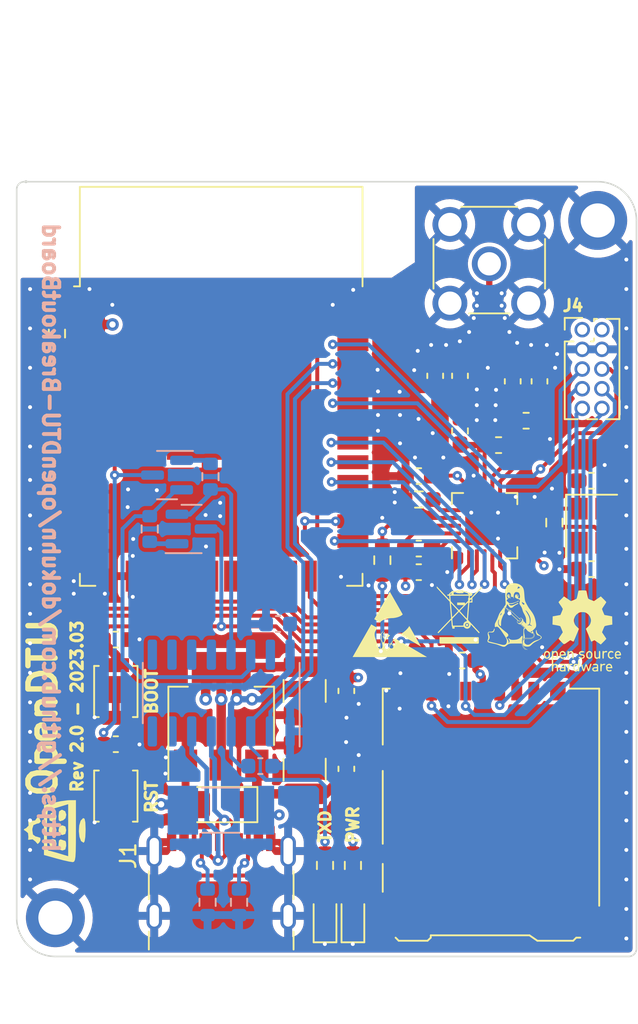
<source format=kicad_pcb>
(kicad_pcb (version 20211014) (generator pcbnew)
  (title_block (title "OpenDTU") (date "2023-03-12") (rev "2.0-2023.03"))
  (layers (0 "F.Cu" signal) (1 "In1.Cu" signal) (2 "In2.Cu" signal) (31 "B.Cu" signal) (34 "B.Paste" user) (35 "F.Paste" user) (36 "B.SilkS" user "B.Silkscreen") (37 "F.SilkS" user "F.Silkscreen") (38 "B.Mask" user) (39 "F.Mask" user) (44 "Edge.Cuts" user))
  (net 0 "")
  (net 1 "+3.3V")
  (net 2 "/ESP.CE")
  (net 3 "/ESP.IRQ")
  (net 4 "/ESP.~{CS}_SD")
  (net 5 "/ESP.SCK")
  (net 6 "/ESP.MISO")
  (net 7 "/ESP.MOSI")
  (net 8 "GND")
  (net 15 "/ESP.CS_EXT")
  (net 18 "/ESP.MOSI_SD")
  (net 19 "/ESP.SCK_SD")
  (net 20 "/ESP.MISO_SD")
  (net 27 "/ESP.~{CS}")
  (net 31 "/ESP.SDA")
  (net 32 "/ESP.SCL")
  (net 33 "Net-(C4-Pad1)")
  (net 34 "Net-(C5-Pad1)")
  (net 35 "Net-(C6-Pad1)")
  (net 36 "Net-(R1-Pad2)")
  (net 37 "Net-(C7-Pad1)")
  (net 38 "Net-(L1-Pad1)")
  (net 39 "Net-(L2-Pad2)")
  (net 40 "Net-(C9-Pad1)")
  (net 41 "Net-(C10-Pad2)")
  (net 42 "+5V")
  (net 43 "VBUS")
  (net 44 "Net-(J1-PadA5)")
  (net 46 "Net-(J1-PadB5)")
  (net 50 "/ESP_EN")
  (net 51 "Net-(D2-Pad2)")
  (net 52 "Net-(J1-PadA7)")
  (net 53 "Net-(J1-PadA6)")
  (net 54 "Net-(Q1-Pad1)")
  (net 55 "Net-(Q1-Pad2)")
  (net 56 "Net-(Q2-Pad1)")
  (net 57 "Net-(Q2-Pad2)")
  (net 65 "/ESP.IO0")
  (net 66 "/ESP.RXD")
  (net 67 "/ESP.TXD")
  (net 68 "Net-(F1-Pad1)")
  (net 69 "Net-(D3-Pad2)")
  (footprint "Package_DFN_QFN:QFN-20-1EP_4x4mm_P0.5mm_EP2.5x2.5mm" (layer "F.Cu") (at 155.7 90.2 90)
    (fp_text reference "U4" hide)
    (fp_text value "nRF24L01P" hide)
  )
  (footprint "Capacitor_SMD:C_0603_1608Metric" (layer "F.Cu") (at 131.9 104.3)
    (fp_text reference "C18" hide)
    (fp_text value "1µ" hide)
  )
  (footprint "Capacitor_SMD:C_0603_1608Metric_Pad1.08x0.95mm_HandSolder" (layer "F.Cu") (at 146.7772 100.8632 -90)
    (fp_text reference "C1" hide)
    (fp_text value "100nF" hide)
  )
  (footprint "Capacitor_SMD:C_1210_3225Metric_Pad1.33x2.70mm_HandSolder" (layer "F.Cu") (at 144.0848 100.8632 -90)
    (fp_text reference "C11" hide)
    (fp_text value "10uF" hide)
  )
  (footprint "Capacitor_SMD:C_0603_1608Metric_Pad1.08x0.95mm_HandSolder" (layer "F.Cu") (at 154.25 98.9 180)
    (fp_text reference "C14" hide)
    (fp_text value "100nF" hide)
  )
  (footprint "LOGO" (layer "F.Cu") (at 157.632723 95.332701)
    (fp_text reference "G***" hide)
    (fp_text value "LOGO" hide)
  )
  (footprint "Capacitor_SMD:C_0603_1608Metric_Pad1.08x0.95mm_HandSolder" (layer "F.Cu") (at 162.6 87.3)
    (fp_text reference "C6" hide)
    (fp_text value "22pF" hide)
  )
  (footprint "RF_Module:ESP32-WROOM-32" (layer "F.Cu") (at 138.7 84.2)
    (fp_text reference "U3" hide)
    (fp_text value "ESP32-WROOM-32" hide)
  )
  (footprint "Inductor_SMD:L_0603_1608Metric_Pad1.05x0.95mm_HandSolder" (layer "F.Cu") (at 156.6 85 180)
    (fp_text reference "L2" hide)
    (fp_text value "8.2nH" hide)
  )
  (footprint "MountingHole:MountingHole_2.2mm_M2_DIN965_Pad_TopBottom" (layer "F.Cu") (at 128 115.5)
    (fp_text reference "REF**" hide)
    (fp_text value "MountingHole_2.2mm_M2_DIN965_Pad_TopBottom" hide)
  )
  (footprint "Resistor_SMD:R_0603_1608Metric_Pad0.98x0.95mm_HandSolder" (layer "F.Cu") (at 160.2 90 90)
    (fp_text reference "R2" hide)
    (fp_text value "1M" hide)
  )
  (footprint "Capacitor_SMD:C_0603_1608Metric_Pad1.08x0.95mm_HandSolder" (layer "F.Cu") (at 146.7772 105.8924 90)
    (fp_text reference "C13" hide)
    (fp_text value "100nF" hide)
  )
  (footprint "LOGO" (layer "F.Cu") (at 154.152692 96.15714)
    (fp_text reference "G***" hide)
    (fp_text value "LOGO" hide)
  )
  (footprint "Connector_PinHeader_1.27mm:PinHeader_2x05_P1.27mm_Vertical" (layer "F.Cu") (at 162 77.55)
    (fp_text reference "J4")
    (fp_text value "Conn_02x05_Counter_Clockwise" hide)
  )
  (footprint "Diode_SMD:D_1206_3216Metric" (layer "F.Cu") (at 138.7508 108.2 180)
    (fp_text reference "D1" hide)
    (fp_text value "D_Schottky" hide)
  )
  (footprint "Capacitor_SMD:C_0603_1608Metric_Pad1.08x0.95mm_HandSolder" (layer "F.Cu") (at 151.45 91.676)
    (fp_text reference "C4" hide)
    (fp_text value "33nF" hide)
  )
  (footprint "Capacitor_SMD:C_0603_1608Metric_Pad1.08x0.95mm_HandSolder" (layer "F.Cu") (at 159.2416 80.8852 90)
    (fp_text reference "C8" hide)
    (fp_text value "2.2nF" hide)
  )
  (footprint "LOGO" (layer "F.Cu") (at 162 97)
    (fp_text reference "G***" hide)
    (fp_text value "LOGO" hide)
  )
  (footprint "Connector_Card:microSD_HC_Hirose_DM3AT-SF-PEJM5" (layer "F.Cu") (at 156.1 108.6)
    (fp_text reference "J3" hide)
    (fp_text value "Micro_SD_Card" hide)
  )
  (footprint "Resistor_SMD:R_0603_1608Metric_Pad0.98x0.95mm_HandSolder" (layer "F.Cu") (at 149.1 92.425 -90)
    (fp_text reference "R3" hide)
    (fp_text value "10k" hide)
  )
  (footprint "Capacitor_SMD:C_0603_1608Metric_Pad1.08x0.95mm_HandSolder" (layer "F.Cu") (at 152.5108 80.5296 90)
    (fp_text reference "C10" hide)
    (fp_text value "1pF" hide)
  )
  (footprint "Button_Switch_SMD:SW_SPST_B3U-1000P" (layer "F.Cu") (at 131.9 107.65 90)
    (fp_text reference "SW2" hide)
    (fp_text value "SW_Push" hide)
  )
  (footprint "Connector_USB:USB_C_Receptacle_GCT_USB4105-xx-A_16P_TopMnt_Horizontal" (layer "F.Cu") (at 138.7 114.3)
    (fp_text reference "J1")
    (fp_text value "USB_C_Receptacle_USB2.0" hide)
  )
  (footprint "MountingHole:MountingHole_2.2mm_M2_DIN965_Pad_TopBottom" (layer "F.Cu") (at 163 70.5)
    (fp_text reference "REF**" hide)
    (fp_text value "MountingHole_2.2mm_M2_DIN965_Pad_TopBottom" hide)
  )
  (footprint "Capacitor_SMD:C_0603_1608Metric_Pad1.08x0.95mm_HandSolder" (layer "F.Cu") (at 151.45 93.2)
    (fp_text reference "C2" hide)
    (fp_text value "10nF" hide)
  )
  (footprint "LED_SMD:LED_0603_1608Metric_Pad1.05x0.95mm_HandSolder" (layer "F.Cu") (at 147.2 115.425 90)
    (fp_text reference "D2" hide)
    (fp_text value "SMLEN3EC8TT86" hide)
  )
  (footprint "LOGO" (layer "F.Cu") (at 127.949 109.913 90)
    (fp_text reference "G***" hide)
    (fp_text value "LOGO" hide)
  )
  (footprint "Resistor_SMD:R_0603_1608Metric" (layer "F.Cu") (at 145.4 112.125 90)
    (fp_text reference "R8" hide)
    (fp_text value "300" hide)
  )
  (footprint "Crystal:Crystal_SMD_3225-4Pin_3.2x2.5mm" (layer "F.Cu") (at 162.6 90.2 -90)
    (fp_text reference "Y1" hide)
    (fp_text value "16 MHz" hide)
  )
  (footprint "Capacitor_SMD:C_0603_1608Metric_Pad1.08x0.95mm_HandSolder" (layer "F.Cu") (at 151.4591 86.9985 180)
    (fp_text reference "C3" hide)
    (fp_text value "1nF" hide)
  )
  (footprint "Capacitor_SMD:C_0603_1608Metric_Pad1.08x0.95mm_HandSolder" (layer "F.Cu") (at 154.1108 80.5296 90)
    (fp_text reference "C9" hide)
    (fp_text value "1.5pF" hide)
  )
  (footprint "Button_Switch_SMD:SW_SPST_B3U-1000P" (layer "F.Cu") (at 131.9 100.9 90)
    (fp_text reference "SW1" hide)
    (fp_text value "SW_Push" hide)
  )
  (footprint "Inductor_SMD:L_0603_1608Metric_Pad1.05x0.95mm_HandSolder" (layer "F.Cu") (at 158.378 83.4252)
    (fp_text reference "L1" hide)
    (fp_text value "2.7nH" hide)
  )
  (footprint "Connector_Coaxial:SMA_Molex_73251-2200_Horizontal" (layer "F.Cu") (at 156 73.3)
    (fp_text reference "J2" hide)
    (fp_text value "Conn_Coaxial" hide)
  )
  (footprint "Capacitor_SMD:C_0603_1608Metric_Pad1.08x0.95mm_HandSolder" (layer "F.Cu") (at 157.5144 80.8852 90)
    (fp_text reference "C7" hide)
    (fp_text value "4.7pF" hide)
  )
  (footprint "Capacitor_SMD:C_1210_3225Metric_Pad1.33x2.70mm_HandSolder" (layer "F.Cu") (at 144.0848 105.9432 90)
    (fp_text reference "C12" hide)
    (fp_text value "10uF" hide)
  )
  (footprint "LED_SMD:LED_0603_1608Metric_Pad1.05x0.95mm_HandSolder" (layer "F.Cu") (at 145.4 115.425 90)
    (fp_text reference "D3" hide)
    (fp_text value "LED" hide)
  )
  (footprint "Capacitor_SMD:C_0603_1608Metric_Pad1.08x0.95mm_HandSolder" (layer "F.Cu") (at 162.6 93 180)
    (fp_text reference "C5" hide)
    (fp_text value "22pF" hide)
  )
  (footprint "Resistor_SMD:R_0603_1608Metric_Pad0.98x0.95mm_HandSolder" (layer "F.Cu") (at 151.4625 88.5108)
    (fp_text reference "R1" hide)
    (fp_text value "22K" hide)
  )
  (footprint "Resistor_SMD:R_0603_1608Metric" (layer "F.Cu") (at 147.2 112.125 90)
    (fp_text reference "R7" hide)
    (fp_text value "100" hide)
  )
  (footprint "Inductor_SMD:L_0603_1608Metric_Pad1.05x0.95mm_HandSolder" (layer "F.Cu") (at 154.1108 84.0856 90)
    (fp_text reference "L3" hide)
    (fp_text value "3.9nH" hide)
  )
  (footprint "Package_TO_SOT_SMD:SOT-223-3_TabPin2" (layer "F.Cu") (at 138.7 102.5 90)
    (fp_text reference "U5" hide)
    (fp_text value "NCP1117-3.3_SOT223" hide)
  )
  (footprint "Resistor_SMD:R_0603_1608Metric_Pad0.98x0.95mm_HandSolder" (layer "F.Cu") (at 128.1 77.8 -90)
    (fp_text reference "R6" hide)
    (fp_text value "10k" hide)
  )
  (footprint "LOGO" (layer "F.Cu") (at 149.5806 96.5708)
    (fp_text reference "G***" hide)
    (fp_text value "LOGO" hide)
  )
  (footprint "Capacitor_SMD:C_0603_1608Metric" (layer "F.Cu") (at 131.9 97.55)
    (fp_text reference "C17" hide)
    (fp_text value "1µ" hide)
  )
  (footprint "Capacitor_SMD:C_0603_1608Metric" (layer "B.Cu") (at 142.367 96.5454 180)
    (fp_text reference "C16" hide)
    (fp_text value "100nF" hide)
  )
  (footprint "Fuse:Fuse_Littelfuse-NANO2-451_453" (layer "B.Cu") (at 138.684 108.5596 180)
    (fp_text reference "F1" hide)
    (fp_text value "F5" hide)
  )
  (footprint "Package_SO:SOIC-16_3.9x9.9mm_P1.27mm" (layer "B.Cu") (at 138.7 101 90)
    (fp_text reference "U1" hide)
    (fp_text value "CH340C" hide)
  )
  (footprint "Package_TO_SOT_SMD:SOT-23" (layer "B.Cu") (at 136.7873 90.4122)
    (fp_text reference "Q2" hide)
    (fp_text value "BC817" hide)
  )
  (footprint "Resistor_SMD:R_0603_1608Metric" (layer "B.Cu") (at 138.0065 87.034 90)
    (fp_text reference "R4" hide)
    (fp_text value "10k" hide)
  )
  (footprint "Capacitor_SMD:C_0603_1608Metric" (layer "B.Cu") (at 141.224 105.7148)
    (fp_text reference "C15" hide)
    (fp_text value "100nF" hide)
  )
  (footprint "Resistor_SMD:R_0603_1608Metric" (layer "B.Cu") (at 137.8204 114.5032 -90)
    (fp_text reference "R10" hide)
    (fp_text value "5k1" hide)
  )
  (footprint "Resistor_SMD:R_0603_1608Metric" (layer "B.Cu") (at 134.0873 90.4122 -90)
    (fp_text reference "R5" hide)
    (fp_text value "10k" hide)
  )
  (footprint "Package_TO_SOT_SMD:SOT-23" (layer "B.Cu") (at 135.2065 86.934 180)
    (fp_text reference "Q1" hide)
    (fp_text value "BC817" hide)
  )
  (footprint "Resistor_SMD:R_0603_1608Metric" (layer "B.Cu") (at 139.8524 114.5032 -90)
    (fp_text reference "R9" hide)
    (fp_text value "5k1" hide)
  )
  (gr_line (start 128 118) (end 165 118) (layer "Edge.Cuts") (width 0.1))
  (gr_arc (start 128 118) (mid 126.232233 117.267767) (end 125.5 115.5) (layer "Edge.Cuts") (width 0.1))
  (gr_arc (start 163 68) (mid 164.767767 68.732233) (end 165.5 70.5) (layer "Edge.Cuts") (width 0.1))
  (gr_arc locked (start 125.5 68.5) (mid 125.646447 68.146447) (end 126 68) (layer "Edge.Cuts") (width 0.1))
  (gr_arc (start 165.5 117.5) (mid 165.353553 117.853553) (end 165 118) (layer "Edge.Cuts") (width 0.1))
  (gr_line (start 125.5 68.5) (end 125.5 115.5) (layer "Edge.Cuts") (width 0.1))
  (gr_line (start 163 68) (end 126 68) (layer "Edge.Cuts") (width 0.1))
  (gr_arc (start 126.1 68) (mid 126.1 68) (end 126.1 68) (layer "Edge.Cuts") (width 0.1))
  (gr_line (start 165.5 70.5) (end 165.5 117.5) (layer "Edge.Cuts") (width 0.1))
  (gr_text "https://github.com/dokuhn/openDTU-BreakoutBoard" (at 127.7 111.4 -90) (layer "B.SilkS") (effects (font (size 1 1) (thickness 0.25)) (justify left mirror)))
  (gr_text "Rev 2.0 - 2023.03\n" (at 129.4 107.5 90) (layer "F.SilkS") (effects (font (size 0.75 0.75) (thickness 0.1875)) (justify left)))
  (gr_text "RST" (at 134.2 107.7 90) (layer "F.SilkS") (effects (font (size 0.75 0.75) (thickness 0.1875))))
  (gr_text "OpenDTU" (at 127.187 107.881 90) (layer "F.SilkS") (effects (font (size 1.75 1.75) (thickness 0.35)) (justify left)))
  (gr_text "BOOT" (at 134.2 100.9 90) (layer "F.SilkS") (effects (font (size 0.75 0.75) (thickness 0.1875))))
  (gr_text "PWR" (at 147.2 109.5 90) (layer "F.SilkS") (effects (font (size 0.75 0.75) (thickness 0.1875))))
  (gr_text "TXD" (at 145.4 109.6 90) (layer "F.SilkS") (effects (font (size 0.75 0.75) (thickness 0.1875))))
  (segment (start 146.1271 100.0007) (end 146.7772 100.0007) (width 0.6096) (layer "F.Cu") (net 1))
  (segment (start 138.7 99.35) (end 138.95 99.35) (width 0.6096) (layer "F.Cu") (net 1))
  (segment (start 137.7 100.35) (end 138.7 99.35) (width 0.6096) (layer "F.Cu") (net 1))
  (segment (start 159.530651 92.783607) (end 158.8992 92.152156) (width 0.254) (layer "F.Cu") (net 1))
  (segment (start 130.2 77.215) (end 129.115 77.215) (width 0.6096) (layer "F.Cu") (net 1))
  (segment (start 150.5875 94.0875) (end 150.5875 93.2) (width 0.254) (layer "F.Cu") (net 1))
  (segment (start 155.1125 98.9) (end 155.1125 99.4865) (width 0.4064) (layer "F.Cu") (net 1))
  (segment (start 155.575 99.949) (end 155.575 100.875) (width 0.4064) (layer "F.Cu") (net 1))
  (segment (start 153.936696 86.970072) (end 152.350028 86.970072) (width 0.254) (layer "F.Cu") (net 1))
  (segment (start 158.8992 92.152156) (end 158.8992 91.1828) (width 0.254) (layer "F.Cu") (net 1))
  (segment (start 128.7875 76.8875) (end 128.1 76.8875) (width 0.6096) (layer "F.Cu") (net 1))
  (segment (start 138.95 99.35) (end 139.7 100.1) (width 0.6096) (layer "F.Cu") (net 1))
  (segment (start 129.115 77.215) (end 128.7875 76.8875) (width 0.6096) (layer "F.Cu") (net 1))
  (segment (start 149.1 90.5687) (end 149.4687 90.2) (width 0.254) (layer "F.Cu") (net 1))
  (segment (start 137.7 101.4) (end 137.7 100.35) (width 0.6096) (layer "F.Cu") (net 1))
  (segment (start 142.0993 99.3007) (end 142.05 99.35) (width 0.6096) (layer "F.Cu") (net 1))
  (segment (start 150.6 94.1) (end 150.5875 94.0875) (width 0.254) (layer "F.Cu") (net 1))
  (segment (start 142.05 99.35) (end 138.7 99.35) (width 0.6096) (layer "F.Cu") (net 1))
  (segment (start 139.7 100.1) (end 139.7 101.4) (width 0.6096) (layer "F.Cu") (net 1))
  (segment (start 130.2 77.215) (end 131.685 77.215) (width 0.6096) (layer "F.Cu") (net 1))
  (segment (start 149.1 90.5687) (end 149.1 91.5125) (width 0.254) (layer "F.Cu") (net 1))
  (segment (start 152.350028 86.970072) (end 152.3216 86.9985) (width 0.254) (layer "F.Cu") (net 1))
  (segment (start 154.7 87.733376) (end 154.7 88.2625) (width 0.254) (layer "F.Cu") (net 1))
  (segment (start 158.8992 91.1828) (end 158.4164 90.7) (width 0.254) (layer "F.Cu") (net 1))
  (segment (start 147.2 111.3) (end 147.2 110.6) (width 0.4064) (layer "F.Cu") (net 1))
  (segment (start 155.1125 99.4865) (end 155.413 99.787) (width 0.4064) (layer "F.Cu") (net 1))
  (segment (start 144.0848 99.3007) (end 142.0993 99.3007) (width 0.6096) (layer "F.Cu") (net 1))
  (segment (start 155.413 99.787) (end 155.575 99.949) (width 0.4064) (layer "F.Cu") (net 1))
  (segment (start 145.4271 99.3007) (end 146.1271 100.0007) (width 0.6096) (layer "F.Cu") (net 1))
  (segment (start 138.7 99.35) (end 138.7 101.4) (width 0.6096) (layer "F.Cu") (net 1))
  (segment (start 146.7781 99.9998) (end 146.7772 100.0007) (width 0.6096) (layer "F.Cu") (net 1))
  (segment (start 149.4687 90.2) (end 153.7625 90.2) (width 0.254) (layer "F.Cu") (net 1))
  (segment (start 138.7 101.4) (end 138.7 105.65) (width 0.6096) (layer "F.Cu") (net 1))
  (segment (start 144.0848 99.3007) (end 145.4271 99.3007) (width 0.6096) (layer "F.Cu") (net 1))
  (segment (start 158.4164 90.7) (end 157.6375 90.7) (width 0.254) (layer "F.Cu") (net 1))
  (segment (start 147.5486 99.9998) (end 146.7781 99.9998) (width 0.6096) (layer "F.Cu") (net 1))
  (segment (start 153.936696 86.970072) (end 154.7 87.733376) (width 0.254) (layer "F.Cu") (net 1))
  (via (at 159.530651 92.783607) (size 0.6096) (drill 0.254) (layers "F.Cu" "B.Cu") (net 1))
  (via (at 140.6874 101.4) (size 0.8128) (drill 0.4064) (layers "F.Cu" "B.Cu") (net 1))
  (via (at 139.7 101.4) (size 0.8128) (drill 0.4064) (layers "F.Cu" "B.Cu") (net 1))
  (via (at 131.685 77.215) (size 0.8128) (drill 0.4064) (layers "F.Cu" "B.Cu") (net 1))
  (via (at 149.1 90.5687) (size 0.6096) (drill 0.254) (layers "F.Cu" "B.Cu") (net 1))
  (via (at 137.7 101.4) (size 0.8128) (drill 0.4064) (layers "F.Cu" "B.Cu") (net 1))
  (via (at 150.6 94.1) (size 0.6096) (drill 0.254) (layers "F.Cu" "B.Cu") (net 1))
  (via (at 147.2 110.6) (size 0.6096) (drill 0.254) (layers "F.Cu" "B.Cu") (net 1))
  (via (at 138.7 101.4) (size 0.8128) (drill 0.4064) (layers "F.Cu" "B.Cu") (net 1))
  (via (at 147.5486 99.9998) (size 0.6096) (drill 0.254) (layers "F.Cu" "B.Cu") (net 1))
  (via (at 155.413 99.787) (size 0.6096) (drill 0.254) (layers "F.Cu" "B.Cu") (net 1))
  (via (at 153.936696 86.970072) (size 0.6096) (drill 0.254) (layers "F.Cu" "B.Cu") (net 1))
  (segment (start 139.9286 105.7148) (end 140.449 105.7148) (width 0.254) (layer "B.Cu") (net 1))
  (segment (start 139.7 101.4) (end 139.6968 101.4) (width 0.4064) (layer "B.Cu") (net 1))
  (segment (start 143.145 96.5484) (end 143.142 96.5454) (width 0.254) (layer "B.Cu") (net 1))
  (segment (start 139.335 105.1212) (end 139.9286 105.7148) (width 0.254) (layer "B.Cu") (net 1))
  (segment (start 143.145 98.525) (end 143.145 96.5484) (width 0.254) (layer "B.Cu") (net 1))
  (segment (start 139.335 101.7618) (end 139.335 103.475) (width 0.4064) (layer "B.Cu") (net 1))
  (segment (start 141.2716 101.4) (end 143.145 99.5266) (width 0.4064) (layer "B.Cu") (net 1))
  (segment (start 141.2716 101.4) (end 140.6874 101.4) (width 0.4064) (layer "B.Cu") (net 1))
  (segment (start 139.6968 101.4) (end 139.335 101.7618) (width 0.4064) (layer "B.Cu") (net 1))
  (segment (start 143.145 99.5266) (end 143.145 98.525) (width 0.4064) (layer "B.Cu") (net 1))
  (segment (start 139.335 103.475) (end 139.335 105.1212) (width 0.254) (layer "B.Cu") (net 1))
  (segment (start 140.6874 101.4) (end 139.7 101.4) (width 0.4064) (layer "B.Cu") (net 1))
  (segment (start 146.015 91.185) (end 147.2 91.185) (width 0.254) (layer "F.Cu") (net 2))
  (segment (start 154.7 92.75) (end 154.7 92.1375) (width 0.254) (layer "F.Cu") (net 2))
  (segment (start 154.075982 93.999195) (end 154.075982 93.374018) (width 0.254) (layer "F.Cu") (net 2))
  (segment (start 154.075982 93.374018) (end 154.7 92.75) (width 0.254) (layer "F.Cu") (net 2))
  (via (at 154.075982 93.999195) (size 0.6096) (drill 0.254) (layers "F.Cu" "B.Cu") (net 2))
  (via (at 146.015 91.185) (size 0.6096) (drill 0.254) (layers "F.Cu" "B.Cu") (net 2))
  (segment (start 154.075982 93.999195) (end 154.075982 91.693582) (width 0.254) (layer "B.Cu") (net 2))
  (segment (start 146.03 91.2) (end 146.015 91.185) (width 0.254) (layer "B.Cu") (net 2))
  (segment (start 153.5824 91.2) (end 146.03 91.2) (width 0.254) (layer "B.Cu") (net 2))
  (segment (start 154.075982 91.693582) (end 153.5824 91.2) (width 0.254) (layer "B.Cu") (net 2))
  (segment (start 158.4452 91.4908) (end 158.1544 91.2) (width 0.254) (layer "F.Cu") (net 3))
  (segment (start 158.4452 93.7006) (end 158.4452 91.4908) (width 0.254) (layer "F.Cu") (net 3))
  (segment (start 145.2912 92.3912) (end 145.2912 94.4912) (width 0.254) (layer "F.Cu") (net 3))
  (segment (start 147.2 89.915) (end 146.085 89.915) (width 0.254) (layer "F.Cu") (net 3))
  (segment (start 145.2912 94.4912) (end 145.996 95.196) (width 0.254) (layer "F.Cu") (net 3))
  (segment (start 145.996 95.196) (end 156.9498 95.196) (width 0.254) (layer "F.Cu") (net 3))
  (segment (start 158.1544 91.2) (end 157.6375 91.2) (width 0.254) (layer "F.Cu") (net 3))
  (segment (start 144.1 89.9) (end 144.1 91.2) (width 0.254) (layer "F.Cu") (net 3))
  (segment (start 156.9498 95.196) (end 158.4452 93.7006) (width 0.254) (layer "F.Cu") (net 3))
  (segment (start 144.1 91.2) (end 145.2912 92.3912) (width 0.254) (layer "F.Cu") (net 3))
  (via (at 146.085 89.915) (size 0.6096) (drill 0.254) (layers "F.Cu" "B.Cu") (net 3))
  (via (at 144.1 89.9) (size 0.6096) (drill 0.254) (layers "F.Cu" "B.Cu") (net 3))
  (segment (start 144.115 89.915) (end 144.1 89.9) (width 0.254) (layer "B.Cu") (net 3))
  (segment (start 146.085 89.915) (end 144.115 89.915) (width 0.254) (layer "B.Cu") (net 3))
  (segment (start 155.867852 96.12) (end 157.775 98.027148) (width 0.254) (layer "F.Cu") (net 4))
  (segment (start 157.775 98.027148) (end 157.775 100.875) (width 0.254) (layer "F.Cu") (net 4))
  (segment (start 143.145 93.455) (end 143.145 95.0374) (width 0.254) (layer "F.Cu") (net 4))
  (segment (start 144.2276 96.12) (end 155.867852 96.12) (width 0.254) (layer "F.Cu") (net 4))
  (segment (start 143.145 95.0374) (end 144.2276 96.12) (width 0.254) (layer "F.Cu") (net 4))
  (segment (start 147.2 86.105) (end 145.8 86.105) (width 0.254) (layer "F.Cu") (net 5))
  (segment (start 155.7 93.972949) (end 155.7 92.1375) (width 0.254) (layer "F.Cu") (net 5))
  (via (at 145.8 86.105) (size 0.6096) (drill 0.254) (layers "F.Cu" "B.Cu") (net 5))
  (via (at 155.7 93.972949) (size 0.6096) (drill 0.254) (layers "F.Cu" "B.Cu") (net 5))
  (segment (start 149.789852 86.105) (end 145.8 86.105) (width 0.254) (layer "B.Cu") (net 5))
  (segment (start 155.7 92.015148) (end 149.789852 86.105) (width 0.254) (layer "B.Cu") (net 5))
  (segment (start 155.7 93.972949) (end 155.7 92.015148) (width 0.254) (layer "B.Cu") (net 5))
  (segment (start 156.9937 93.0937) (end 156.7 92.8) (width 0.254) (layer "F.Cu") (net 6))
  (segment (start 147.2 84.835) (end 145.8 84.835) (width 0.254) (layer "F.Cu") (net 6))
  (segment (start 156.9937 93.98) (end 156.9937 93.0937) (width 0.254) (layer "F.Cu") (net 6))
  (segment (start 156.7 92.8) (end 156.7 92.1375) (width 0.254) (layer "F.Cu") (net 6))
  (via (at 145.8 84.835) (size 0.6096) (drill 0.254) (layers "F.Cu" "B.Cu") (net 6))
  (via (at 156.9937 93.98) (size 0.6096) (drill 0.254) (layers "F.Cu" "B.Cu") (net 6))
  (segment (start 156.9937 92.666796) (end 149.161904 84.835) (width 0.254) (layer "B.Cu") (net 6))
  (segment (start 149.161904 84.835) (end 145.8 84.835) (width 0.254) (layer "B.Cu") (net 6))
  (segment (start 156.9937 93.98) (end 156.9937 92.666796) (width 0.254) (layer "B.Cu") (net 6))
  (segment (start 145.7452 92.203148) (end 145.7452 94.303148) (width 0.254) (layer "F.Cu") (net 7))
  (segment (start 145.7452 94.303148) (end 146.184052 94.742) (width 0.254) (layer "F.Cu") (net 7))
  (segment (start 144.9 77.9) (end 144.9 91.357948) (width 0.254) (layer "F.Cu") (net 7))
  (segment (start 147.2 77.215) (end 145.585 77.215) (width 0.254) (layer "F.Cu") (net 7))
  (segment (start 156.1592 94.742) (end 156.3624 94.5388) (width 0.254) (layer "F.Cu") (net 7))
  (segment (start 146.184052 94.742) (end 156.1592 94.742) (width 0.254) (layer "F.Cu") (net 7))
  (segment (start 156.3624 93.2624) (end 156.2 93.1) (width 0.254) (layer "F.Cu") (net 7))
  (segment (start 144.9 91.357948) (end 145.7452 92.203148) (width 0.254) (layer "F.Cu") (net 7))
  (segment (start 145.585 77.215) (end 144.9 77.9) (width 0.254) (layer "F.Cu") (net 7))
  (segment (start 156.2 93.1) (end 156.2 92.1375) (width 0.254) (layer "F.Cu") (net 7))
  (segment (start 156.3624 94.5388) (end 156.3624 93.2624) (width 0.254) (layer "F.Cu") (net 7))
  (segment (start 146.7772 105.0299) (end 146.7772 104.1814) (width 0.6096) (layer "F.Cu") (net 8))
  (segment (start 146.4743 101.7257) (end 145.7743 102.4257) (width 0.6096) (layer "F.Cu") (net 8))
  (segment (start 149.591903 89.691903) (end 149.6 89.7) (width 0.254) (layer "F.Cu") (net 8))
  (segment (start 149.9 88.0313) (end 150.3795 88.5108) (width 0.254) (layer "F.Cu") (net 8))
  (segment (start 135.1026 106.1974) (end 135.8526 106.1974) (width 0.4064) (layer "F.Cu") (net 8))
  (segment (start 146.7772 102.5812) (end 146.7866 102.5906) (width 0.6096) (layer "F.Cu") (net 8))
  (segment (start 153.375 100.875) (end 153.375 99.8122) (width 0.4064) (layer "F.Cu") (net 8))
  (segment (start 154.9908 86.9696) (end 155.2 87.1788) (width 0.254) (layer "F.Cu") (net 8))
  (segment (start 132.985 94.7834) (end 132.9944 94.7928) (width 0.6096) (layer "F.Cu") (net 8))
  (segment (start 152.824 91.676) (end 152.3125 91.676) (width 0.254) (layer "F.Cu") (net 8))
  (segment (start 150.55 88.5108) (end 150.0892 88.5108) (width 0.254) (layer "F.Cu") (net 8))
  (segment (start 152.3125 94.0167) (end 152.2984 94.0308) (width 0.6096) (layer "F.Cu") (net 8))
  (segment (start 161.7375 93) (end 160.5428 93) (width 0.254) (layer "F.Cu") (net 8))
  (segment (start 145.7743 102.4257) (end 144.0848 102.4257) (width 0.6096) (layer "F.Cu") (net 8))
  (segment (start 153.3875 98.9) (end 153.3875 99.7427) (width 0.4064) (layer "F.Cu") (net 8))
  (segment (start 145.5807 104.3807) (end 144.0848 104.3807) (width 0.6096) (layer "F.Cu") (net 8))
  (segment (start 153.3 91.2) (end 152.824 91.676) (width 0.254) (layer "F.Cu") (net 8))
  (segment (start 159.572422 91.932584) (end 159.398 91.758162) (width 0.254) (layer "F.Cu") (net 8))
  (segment (start 142.445 110.62) (end 143.02 111.195) (width 0.4064) (layer "F.Cu") (net 8))
  (segment (start 146.7772 105.0299) (end 146.2299 105.0299) (width 0.6096) (layer "F.Cu") (net 8))
  (segment (start 135.128 105.156) (end 135.906 105.156) (width 0.4064) (layer "F.Cu") (net 8))
  (segment (start 146.7772 101.7257) (end 146.4743 101.7257) (width 0.6096) (layer "F.Cu") (net 8))
  (segment (start 141.9 110.62) (end 142.445 110.62) (width 0.4064) (layer "F.Cu") (net 8))
  (segment (start 150.5966 86.9985) (end 150.5966 88.4642) (width 0.4064) (layer "F.Cu") (net 8))
  (segment (start 160.5428 93) (end 160.528 93.0148) (width 0.254) (layer "F.Cu") (net 8))
  (segment (start 150.0892 88.5108) (end 149.9 88.7) (width 0.254) (layer "F.Cu") (net 8))
  (segment (start 159.398 91.758162) (end 159.398 90.9196) (width 0.254) (layer "F.Cu") (net 8))
  (segment (start 135.5 110.62) (end 134.955 110.62) (width 0.4064) (layer "F.Cu") (net 8))
  (segment (start 153.375 99.8122) (end 153.416 99.7712) (width 0.4064) (layer "F.Cu") (net 8))
  (segment (start 149.6 89.7) (end 153.7625 89.7) (width 0.254) (layer "F.Cu") (net 8))
  (segment (start 158.6784 90.2) (end 157.6375 90.2) (width 0.254) (layer "F.Cu") (net 8))
  (segment (start 147.5477 105.0299) (end 147.574 105.0036) (width 0.6096) (layer "F.Cu") (net 8))
  (segment (start 150.5966 88.4642) (end 150.55 88.5108) (width 0.4064) (layer "F.Cu") (net 8))
  (segment (start 146.7772 105.0299) (end 147.5477 105.0299) (width 0.6096) (layer "F.Cu") (net 8))
  (segment (start 146.7772 101.7257) (end 147.5499 101.7257) (width 0.6096) (layer "F.Cu") (net 8))
  (segment (start 146.2299 105.0299) (end 145.5807 104.3807) (width 0.6096) (layer "F.Cu") (net 8))
  (segment (start 152.3125 93.2) (end 152.3125 94.0167) (width 0.6096) (layer "F.Cu") (net 8))
  (segment (start 146.7772 104.1814) (end 146.7612 104.1654) (width 0.6096) (layer "F.Cu") (net 8))
  (segment (start 150.3795 88.5108) (end 150.55 88.5108) (width 0.254) (layer "F.Cu") (net 8))
  (segment (start 146.7772 101.7257) (end 146.7772 102.5812) (width 0.6096) (layer "F.Cu") (net 8))
  (segment (start 155.2 87.1788) (end 155.2 88.2625) (width 0.254) (layer "F.Cu") (net 8))
  (segment (start 149.094029 89.691903) (end 149.591903 89.691903) (width 0.254) (layer "F.Cu") (net 8))
  (segment (start 153.3875 99.7427) (end 153.416 99.7712) (width 0.4064) (layer "F.Cu") (net 8))
  (segment (start 135.8526 106.1974) (end 136.4 105.65) (width 0.4064) (layer "F.Cu") (net 8))
  (segment (start 159.398 90.9196) (end 158.6784 90.2) (width 0.254) (layer "F.Cu") (net 8))
  (segment (start 147.5499 101.7257) (end 147.574 101.7016) (width 0.6096) (layer "F.Cu") (net 8))
  (segment (start 134.955 110.62) (end 134.38 111.195) (width 0.4064) (layer "F.Cu") (net 8))
  (segment (start 135.906 105.156) (end 136.4 105.65) (width 0.4064) (layer "F.Cu") (net 8))
  (segment (start 132.985 93.455) (end 132.985 94.7834) (width 0.6096) (layer "F.Cu") (net 8))
  (segment (start 153.7625 91.2) (end 153.3 91.2) (width 0.254) (layer "F.Cu") (net 8))
  (via (at 157.3 77.7) (size 0.6096) (drill 0.254) (layers "F.Cu" "B.Cu") (net 8))
  (via (at 156.8 75.2) (size 0.6096) (drill 0.254) (layers "F.Cu" "B.Cu") (net 8))
  (via (at 164.846 99.695) (size 0.6096) (drill 0.254) (layers "F.Cu" "B.Cu") (net 8))
  (via (at 133.0198 91.059) (size 0.6096) (drill 0.254) (layers "F.Cu" "B.Cu") (net 8))
  (via (at 132.9944 94.7928) (size 0.6096) (drill 0.254) (layers "F.Cu" "B.Cu") (net 8))
  (via (at 126.365 113.03) (size 0.6096) (drill 0.254) (layers "F.Cu" "B.Cu") (net 8))
  (via (at 147.574 101.7016) (size 0.6096) (drill 0.254) (layers "F.Cu" "B.Cu") (net 8))
  (via (at 155.194 82.423) (size 0.6096) (drill 0.254) (layers "F.Cu" "B.Cu") (net 8))
  (via (at 160.3756 79.121) (size 0.6096) (drill 0.254) (layers "F.Cu" "B.Cu") (net 8))
  (via (at 164.846 82.55) (size 0.6096) (drill 0.254) (layers "F.Cu" "B.Cu") (net 8))
  (via (at 164.846 109.22) (size 0.6096) (drill 0.254) (layers "F.Cu" "B.Cu") (net 8))
  (via (at 154.8384 89.3572) (size 0.6096) (drill 0.254) (layers "F.Cu" "B.Cu") (net 8))
  (via (at 145.8976 75.946) (size 0.6096) (drill 0.254) (layers "F.Cu" "B.Cu") (net 8))
  (via (at 134.5438 87.9094) (size 0.6096) (drill 0.254) (layers "F.Cu" "B.Cu") (net 8))
  (via (at 131.191 94.5896) (size 0.6096) (drill 0.254) (layers "F.Cu" "B.Cu") (net 8))
  (via (at 126.365 93.98) (size 0.6096) (drill 0.254) (layers "F.Cu" "B.Cu") (net 8))
  (via (at 126.365 85.09) (size 0.6096) (drill 0.254) (layers "F.Cu" "B.Cu") (net 8))
  (via (at 126.365 109.22) (size 0.6096) (drill 0.254) (layers "F.Cu" "B.Cu") (net 8))
  (via (at 164.846 116.84) (size 0.6096) (drill 0.254) (layers "F.Cu" "B.Cu") (net 8))
  (via (at 146.7612 104.1654) (size 0.6096) (drill 0.254) (layers "F.Cu" "B.Cu") (net 8))
  (via (at 155.2 76) (size 0.6096) (drill 0.254) (layers "F.Cu" "B.Cu") (net 8))
  (via (at 145.3896 117.1956) (size 0.6096) (drill 0.254) (layers "F.Cu" "B.Cu") (net 8))
  (via (at 155.2 75.2) (size 0.6096) (drill 0.254) (layers "F.Cu" "B.Cu") (net 8))
  (via (at 126.365 111.125) (size 0.6096) (drill 0.254) (layers "F.Cu" "B.Cu") (net 8))
  (via (at 153.3652 101.854) (size 0.6096) (drill 0.254) (layers "F.Cu" "B.Cu") (net 8))
  (via (at 126.365 101.6) (size 0.6096) (drill 0.254) (layers "F.Cu" "B.Cu") (net 8))
  (via (at 153.2128 78.5368) (size 0.6096) (drill 0.254) (layers "F.Cu" "B.Cu") (net 8))
  (via (at 150.2156 102.0064) (size 0.6096) (drill 0.254) (layers "F.Cu" "B.Cu") (net 8))
  (via (at 148.209 94.0562) (size 0.6096) (drill 0.254) (layers "F.Cu" "B.Cu") (net 8))
  (via (at 126.365 103.505) (size 0.6096) (drill 0.254) (layers "F.Cu" "B.Cu") (net 8))
  (via (at 160.528 91.948) (size 0.6096) (drill 0.254) (layers "F.Cu" "B.Cu") (net 8))
  (via (at 133.4262 97.536) (size 0.6096) (drill 0.254) (layers "F.Cu" "B.Cu") (net 8))
  (via (at 157.7086 88.3412) (size 0.6096) (drill 0.254) (layers "F.Cu" "B.Cu") (net 8))
  (via (at 153.416 99.7712) (size 0.6096) (drill 0.254) (layers "F.Cu" "B.Cu") (net 8))
  (via (at 146.431 93.4974) (size 0.6096) (drill 0.254) (layers "F.Cu" "B.Cu") (net 8))
  (via (at 148.8186 81.534) (size 0.6096) (drill 0.254) (layers "F.Cu" "B.Cu") (net 8))
  (via (at 156.5656 91.0336) (size 0.6096) (drill 0.254) (layers "F.Cu" "B.Cu") (net 8))
  (via (at 126.365 107.442) (size 0.6096) (drill 0.254) (layers "F.Cu" "B.Cu") (net 8))
  (via (at 150.2156 81.5594) (size 0.6096) (drill 0.254) (layers "F.Cu" "B.Cu") (net 8))
  (via (at 164.846 107.442) (size 0.6096) (drill 0.254) (layers "F.Cu" "B.Cu") (net 8))
  (via (at 149.9 88.0313) (size 0.6096) (drill 0.254) (layers "F.Cu" "B.Cu") (net 8))
  (via (at 155.1178 97.5614) (size 0.6096) (drill 0.254) (layers "F.Cu" "B.Cu") (net 8))
  (via (at 126.365 77.47) (size 0.6096) (drill 0.254) (layers "F.Cu" "B.Cu") (net 8))
  (via (at 155 76.8) (size 0.6096) (drill 0.254) (layers "F.Cu" "B.Cu") (net 8))
  (via (at 156.4386 81.4324) (size 0.6096) (drill 0.254) (layers "F.Cu" "B.Cu") (net 8))
  (via (at 156.8 76) (size 0.6096) (drill 0.254) (layers "F.Cu" "B.Cu") (net 8))
  (via (at 156.5656 89.3572) (size 0.6096) (drill 0.254) (layers "F.Cu" "B.Cu") (net 8))
  (via (at 164.846 95.885) (size 0.6096) (drill 0.254) (layers "F.Cu" "B.Cu") (net 8))
  (via (at 153.289 93.1926) (size 0.6096) (drill 0.254) (layers "F.Cu" "B.Cu") (net 8))
  (via (at 159.572422 91.932584) (size 0.6096) (drill 0.254) (layers "F.Cu" "B.Cu") (net 8))
  (via (at 155.9052 80.01) (size 0.6096) (drill 0.254) (layers "F.Cu" "B.Cu") (net 8))
  (via (at 138.6332 88.7222) (size 0.6096) (drill 0.254) (layers "F.Cu" "B.Cu") (net 8))
  (via (at 154.7 77.7) (size 0.6096) (drill 0.254) (layers "F.Cu" "B.Cu") (net 8))
  (via (at 159.9184 84.6074) (size 0.6096) (drill 0.254) (layers "F.Cu" "B.Cu") (net 8))
  (via (at 130.5306 102.5652) (size 0.6096) (drill 0.254) (layers "F.Cu" "B.Cu") (net 8))
  (via (at 132.9944 92.1512) (size 0.6096) (drill 0.254) (layers "F.Cu" "B.Cu") (net 8))
  (via (at 126.365 82.55) (size 0.6096) (drill 0.254) (layers "F.Cu" "B.Cu") (net 8))
  (via (at 126.365 99.695) (size 0.6096) (drill 0.254) (layers "F.Cu" "B.Cu") (net 8))
  (via (at 126.365 95.885) (size 0.6096) (drill 0.254) (layers "F.Cu" "B.Cu") (net 8))
  (via (at 151.1554 80.1624) (size 0.6096) (drill 0.254) (layers "F.Cu" "B.Cu") (net 8))
  (via (at 164.846 77.47) (size 0.6096) (drill 0.254) (layers "F.Cu" "B.Cu") (net 8))
  (via (at 150.241 83.058) (size 0.6096) (drill 0.254) (layers "F.Cu" "B.Cu") (net 8))
  (via (at 135.1026 106.1974) (size 0.6096) (drill 0.254) (layers "F.Cu" "B.Cu") (net 8))
  (via (at 126.365 87.249) (size 0.6096) (drill 0.254) (layers "F.Cu" "B.Cu") (net 8))
  (via (at 160.2486 80.01) (size 0.6096) (drill 0.254) (layers "F.Cu" "B.Cu") (net 8))
  (via (at 126.365 105.41) (size 0.6096) (drill 0.254) (layers "F.Cu" "B.Cu") (net 8))
  (via (at 164.846 73.025) (size 0.6096) (drill 0.254) (layers "F.Cu" "B.Cu") (net 8))
  (via (at 149.9 88.7) (size 0.6096) (drill 0.254) (layers "F.Cu" "B.Cu") (net 8))
  (via (at 129.1844 93.7768) (size 0.6096) (drill 0.254) (layers "F.Cu" "B.Cu") (net 8))
  (via (at 126.365 97.79) (size 0.6096) (drill 0.254) (layers "F.Cu" "B.Cu") (net 8))
  (via (at 152.3492 84.2264) (size 0.6096) (drill 0.254) (layers "F.Cu" "B.Cu") (net 8))
  (via (at 152.2984 94.0308) (size 0.6096) (drill 0.254) (layers "F.Cu" "B.Cu") (net 8))
  (via (at 157.8 78.4) (size 0.6096) (drill 0.254) (layers "F.Cu" "B.Cu") (net 8))
  (via (at 151.2062 85.8012) (size 0.6096) (drill 0.254) (layers "F.Cu" "B.Cu") (net 8))
  (via (at 152.2476 78.5368) (size 0.6096) (drill 0.254) (layers "F.Cu" "B.Cu") (net 8))
  (via (at 126.365 91.694) (size 0.6096) (drill 0.254) (layers "F.Cu" "B.Cu") (net 8))
  (via (at 146.7866 102.5906) (size 0.6096) (drill 0.254) (layers "F.Cu" "B.Cu") (net 8))
  (via (at 150.241 84.8868) (size 0.6096) (drill 0.254) (layers "F.Cu" "B.Cu") (net 8))
  (via (at 155.194 83.3882) (size 0.6096) (drill 0.254) (layers "F.Cu" "B.Cu") (net 8))
  (via (at 155.194 81.407) (size 0.6096) (drill 0.254) (layers "F.Cu" "B.Cu") (net 8))
  (via (at 164.846 89.535) (size 0.6096) (drill 0.254) (layers "F.Cu" "B.Cu") (net 8))
  (via (at 164.846 111.125) (size 0.6096) (drill 0.254) (layers "F.Cu" "B.Cu") (net 8))
  (via (at 156.4132 82.423) (size 0.6096) (drill 0.254) (layers "F.Cu" "B.Cu") (net 8))
  (via (at 135.128 105.156) (size 0.6096) (drill 0.254) (layers "F.Cu" "B.Cu") (net 8))
  (via (at 157 76.8) (size 0.6096) (drill 0.254) (layers "F.Cu" "B.Cu") (net 8))
  (via (at 164.846 101.6) (size 0.6096) (drill 0.254) (layers "F.Cu" "B.Cu") (net 8))
  (via (at 151.4348 83.312) (size 0.6096) (drill 0.254) (layers "F.Cu" "B.Cu") (net 8))
  (via (at 132.6642 89.0016) (size 0.6096) (drill 0.254) (layers "F.Cu" "B.Cu") (net 8))
  (via (at 164.846 80.01) (size 0.6096) (drill 0.254) (layers "F.Cu" "B.Cu") (net 8))
  (via (at 129.1844 94.5896) (size 0.6096) (drill 0.254) (layers "F.Cu" "B.Cu") (net 8))
  (via (at 148.7932 80.137) (size 0.6096) (drill 0.254) (layers "F.Cu" "B.Cu") (net 8))
  (via (at 137.6934 89.5096) (size 0.6096) (drill 0.254) (layers "F.Cu" "B.Cu") (net 8))
  (via (at 148.8186 84.074) (size 0.6096) (drill 0.254) (layers "F.Cu" "B.Cu") (net 8))
  (via (at 130.5306 109.347) (size 0.6096) (drill 0.254) (layers "F.Cu" "B.Cu") (net 8))
  (via (at 164.846 85.09) (size 0.6096) (drill 0.254) (layers "F.Cu" "B.Cu") (net 8))
  (via (at 126.365 80.01) (size 0.6096) (drill 0.254) (layers "F.Cu" "B.Cu") (net 8))
  (via (at 154.9908 86.9696) (size 0.6096) (drill 0.254) (layers "F.Cu" "B.Cu") (net 8))
  (via (at 149.352 100.838) (size 0.6096) (drill 0.254) (layers "F.Cu" "B.Cu") (net 8))
  (via (at 150.2664 99.7204) (size 0.6096) (drill 0.254) (layers "F.Cu" "B.Cu") (net 8))
  (via (at 160.528 93.0148) (size 0.6096) (drill 0.254) (layers "F.Cu" "B.Cu") (net 8))
  (via (at 138.6332 89.5858) (size 0.6096) (drill 0.254) (layers "F.Cu" "B.Cu") (net 8))
  (via (at 147.2184 74.9808) (size 0.6096) (drill 0.254) (layers "F.Cu" "B.Cu") (net 8))
  (via (at 148.8186 83.058) (size 0.6096) (drill 0.254) (layers "F.Cu" "B.Cu") (net 8))
  (via (at 158.6992 78.5368) (size 0.6096) (drill 0.254) (layers "F.Cu" "B.Cu") (net 8))
  (via (at 159.7152 78.5368) (size 0.6096) (drill 0.254) (layers "F.Cu" "B.Cu") (net 8))
  (via (at 147.574 105.0036) (size 0.6096) (drill 0.254) (layers "F.Cu" "B.Cu") (net 8))
  (via (at 158.9278 88.3412) (size 0.6096) (drill 0.254) (layers "F.Cu" "B.Cu") (net 8))
  (via (at 164.846 91.694) (size 0.6096) (drill 0.254) (layers "F.Cu" "B.Cu") (net 8))
  (via (at 164.846 114.935) (size 0.6096) (drill 0.254) (layers "F.Cu" "B.Cu") (net 8))
  (via (at 126.365 89.535) (size 0.6096) (drill 0.254) (layers "F.Cu" "B.Cu") (net 8))
  (via (at 147.193 117.1956) (size 0.6096) (drill 0.254) (layers "F.Cu" "B.Cu") (net 8))
  (via (at 164.846 103.505) (size 0.6096) (drill 0.254) (layers "F.Cu" "B.Cu") (net 8))
  (via (at 164.846 74.93) (size 0.6096) (drill 0.254) (layers "F.Cu" "B.Cu") (net 8))
  (via (at 164.846 113.03) (size 0.6096) (drill 0.254) (layers "F.Cu" "B.Cu") (net 8))
  (via (at 130.2004 74.93) (size 0.6096) (drill 0.254) (layers "F.Cu" "B.Cu") (net 8))
  (via (at 164.846 93.98) (size 0.6096) (drill 0.254) (layers "F.Cu" "B.Cu") (net 8))
  (via (at 131.6736 75.946) (size 0.6096) (drill 0.254) (layers "F.Cu" "B.Cu") (net 8))
  (via (at 132.6896 87.8586) (size 0.6096) (drill 0.254) (layers "F.Cu" "B.Cu") (net 8))
  (via (at 164.846 87.3) (size 0.6096) (drill 0.254) (layers "F.Cu" "B.Cu") (net 8))
  (via (at 157.3022 95.8596) (size 0.6096) (drill 0.254) (layers "F.Cu" "B.Cu") (net 8))
  (via (at 159.4104 98.044) (size 0.6096) (drill 0.254) (layers "F.Cu" "B.Cu") (net 8))
  (via (at 156.3878 83.3882) (size 0.6096) (drill 0.254) (layers "F.Cu" "B.Cu") (net 8))
  (via (at 160.0454 87.8078) (size 0.6096) (drill 0.254) (layers "F.Cu" "B.Cu") (net 8))
  (via (at 126.365 74.93) (size 0.6096) (drill 0.254) (layers "F.Cu" "B.Cu") (net 8))
  (via (at 164.846 97.79) (size 0.6096) (drill 0.254) (layers "F.Cu" "B.Cu") (net 8))
  (via (at 137.7188 91.5416) (size 0.6096) (drill 0.254) (layers "F.Cu" "B.Cu") (net 8))
  (via (at 154.1 78.3) (size 0.6096) (drill 0.254) (layers "F.Cu" "B.Cu") (net 8))
  (via (at 151.384 78.9178) (size 0.6096) (drill 0.254) (layers "F.Cu" "B.Cu") (net 8))
  (via (at 149.094029 89.691903) (size 0.6096) (drill 0.254) (layers "F.Cu" "B.Cu") (net 8))
  (via (at 153.035 85.8012) (size 0.6096) (drill 0.254) (layers "F.Cu" "B.Cu") (net 8))
  (via (at 133.4262 104.3178) (size 0.6096) (drill 0.254) (layers "F.Cu" "B.Cu") (net 8))
  (via (at 164.846 105.41) (size 0.6096) (drill 0.254) (layers "F.Cu" "B.Cu") (net 8))
  (via (at 163.449 86.2838) (size 0.6096) (drill 0.254) (layers "F.Cu" "B.Cu") (net 8))
  (segment (start 142.5194 105.7148) (end 141.999 105.7148) (width 0.254) (layer "B.Cu") (net 8))
  (segment (start 143.145 103.475) (end 143.145 105.0892) (width 0.254) (layer "B.Cu") (net 8))
  (segment (start 143.145 105.0892) (end 142.5194 105.7148) (width 0.254) (layer "B.Cu") (net 8))
  (segment (start 144.415 93.455) (end 144.415 94.8088) (width 0.25) (layer "F.Cu") (net 15))
  (segment (start 156.035076 95.648) (end 158.227 97.839924) (width 0.25) (layer "F.Cu") (net 15))
  (segment (start 158.227 97.8512) (end 159.3596 98.9838) (width 0.25) (layer "F.Cu") (net 15))
  (segment (start 158.227 97.839924) (end 158.227 97.8512) (width 0.25) (layer "F.Cu") (net 15))
  (segment (start 159.3596 98.9838) (end 161.4424 98.9838) (width 0.25) (layer "F.Cu") (net 15))
  (segment (start 145.2542 95.648) (end 156.035076 95.648) (width 0.25) (layer "F.Cu") (net 15))
  (segment (start 144.415 94.8088) (end 145.2542 95.648) (width 0.25) (layer "F.Cu") (net 15))
  (via (at 161.4424 98.9838) (size 0.6096) (drill 0.254) (layers "F.Cu" "B.Cu") (net 15))
  (segment (start 162.079 98.3472) (end 161.4424 98.9838) (width 0.25) (layer "B.Cu") (net 15))
  (segment (start 163.27 82.63) (end 163.27 82.983) (width 0.25) (layer "B.Cu") (net 15))
  (segment (start 163.27 82.983) (end 162.079 84.174) (width 0.25) (layer "B.Cu") (net 15))
  (segment (start 162.079 84.174) (end 162.079 98.3472) (width 0.25) (layer "B.Cu") (net 15))
  (segment (start 134.7 95.1) (end 142.5726 95.1) (width 0.254) (layer "F.Cu") (net 18))
  (segment (start 142.691 95.2184) (end 142.691 95.225452) (width 0.254) (layer "F.Cu") (net 18))
  (segment (start 134.255 93.455) (end 134.255 94.655) (width 0.254) (layer "F.Cu") (net 18))
  (segment (start 156.675 97.5692) (end 156.675 100.875) (width 0.254) (layer "F.Cu") (net 18))
  (segment (start 142.5726 95.1) (end 142.691 95.2184) (width 0.254) (layer "F.Cu") (net 18))
  (segment (start 155.6798 96.574) (end 156.675 97.5692) (width 0.254) (layer "F.Cu") (net 18))
  (segment (start 134.255 94.655) (end 134.7 95.1) (width 0.254) (layer "F.Cu") (net 18))
  (segment (start 156.675 100.875) (end 156.675 101.7856) (width 0.254) (layer "F.Cu") (net 18))
  (segment (start 142.691 95.225452) (end 144.039548 96.574) (width 0.254) (layer "F.Cu") (net 18))
  (segment (start 144.039548 96.574) (end 155.6798 96.574) (width 0.254) (layer "F.Cu") (net 18))
  (via (at 156.675 101.7856) (size 0.6096) (drill 0.254) (layers "F.Cu" "B.Cu") (net 18))
  (segment (start 156.675 101.7856) (end 156.6848 101.7856) (width 0.254) (layer "B.Cu") (net 18))
  (segment (start 156.6848 101.7856) (end 161.173 97.2974) (width 0.254) (layer "B.Cu") (net 18))
  (segment (start 161.64 81.36) (end 162 81.36) (width 0.254) (layer "B.Cu") (net 18))
  (segment (start 161.173 81.827) (end 161.64 81.36) (width 0.254) (layer "B.Cu") (net 18))
  (segment (start 161.173 97.2974) (end 161.173 81.827) (width 0.254) (layer "B.Cu") (net 18))
  (segment (start 142.189442 96.008) (end 128.608 96.008) (width 0.254) (layer "F.Cu") (net 19))
  (segment (start 128.608 96.008) (end 127.7 95.1) (width 0.254) (layer "F.Cu") (net 19))
  (segment (start 127.7 92) (end 128.515 91.185) (width 0.254) (layer "F.Cu") (net 19))
  (segment (start 127.7 95.1) (end 127.7 92) (width 0.254) (layer "F.Cu") (net 19))
  (segment (start 154.475 101.8462) (end 154.475 100.875) (width 0.254) (layer "F.Cu") (net 19))
  (segment (start 150.3172 97.663) (end 143.844442 97.663) (width 0.254) (layer "F.Cu") (net 19))
  (segment (start 143.844442 97.663) (end 142.189442 96.008) (width 0.254) (layer "F.Cu") (net 19))
  (segment (start 128.515 91.185) (end 130.2 91.185) (width 0.254) (layer "F.Cu") (net 19))
  (via (at 150.3172 97.663) (size 0.6096) (drill 0.254) (layers "F.Cu" "B.Cu") (net 19))
  (via (at 154.475 101.8462) (size 0.6096) (drill 0.254) (layers "F.Cu" "B.Cu") (net 19))
  (segment (start 154.475 101.8462) (end 154.4682 101.8394) (width 0.254) (layer "B.Cu") (net 19))
  (segment (start 154.4682 98.6136) (end 153.5176 97.663) (width 0.254) (layer "B.Cu") (net 19))
  (segment (start 156.9928 102.4174) (end 160.2518 99.1584) (width 0.254) (layer "B.Cu") (net 19))
  (segment (start 161.627 83.003) (end 162 82.63) (width 0.254) (layer "B.Cu") (net 19))
  (segment (start 160.284252 99.1584) (end 161.627 97.815652) (width 0.254) (layer "B.Cu") (net 19))
  (segment (start 161.627 97.815652) (end 161.627 83.003) (width 0.254) (layer "B.Cu") (net 19))
  (segment (start 153.5176 97.663) (end 150.3172 97.663) (width 0.254) (layer "B.Cu") (net 19))
  (segment (start 156.413299 102.4174) (end 156.9928 102.4174) (width 0.254) (layer "B.Cu") (net 19))
  (segment (start 155.0416 102.4128) (end 156.408699 102.4128) (width 0.254) (layer "B.Cu") (net 19))
  (segment (start 154.4682 101.8394) (end 154.4682 98.6136) (width 0.254) (layer "B.Cu") (net 19))
  (segment (start 156.408699 102.4128) (end 156.413299 102.4174) (width 0.254) (layer "B.Cu") (net 19))
  (segment (start 160.2518 99.1584) (end 160.284252 99.1584) (width 0.254) (layer "B.Cu") (net 19))
  (segment (start 154.475 101.8462) (end 155.0416 102.4128) (width 0.254) (layer "B.Cu") (net 19))
  (segment (start 152.275 101.8266) (end 152.275 100.875) (width 0.254) (layer "F.Cu") (net 20))
  (segment (start 152.275 97.8174) (end 152.275 100.875) (width 0.254) (layer "F.Cu") (net 20))
  (segment (start 151.4856 97.028) (end 152.275 97.8174) (width 0.254) (layer "F.Cu") (net 20))
  (segment (start 143.851496 97.028) (end 151.4856 97.028) (width 0.254) (layer "F.Cu") (net 20))
  (segment (start 128.854 95.554) (end 142.377495 95.554) (width 0.254) (layer "F.Cu") (net 20))
  (segment (start 128.645 92.455) (end 128.2 92.9) (width 0.254) (layer "F.Cu") (net 20))
  (segment (start 142.377495 95.554) (end 143.851496 97.028) (width 0.254) (layer "F.Cu") (net 20))
  (segment (start 130.2 92.455) (end 128.645 92.455) (width 0.254) (layer "F.Cu") (net 20))
  (segment (start 128.2 94.9) (end 128.854 95.554) (width 0.254) (layer "F.Cu") (net 20))
  (segment (start 128.2 92.9) (end 128.2 94.9) (width 0.254) (layer "F.Cu") (net 20))
  (via (at 152.275 101.8266) (size 0.6096) (drill 0.254) (layers "F.Cu" "B.Cu") (net 20))
  (segment (start 156.223846 102.87) (end 156.225246 102.8714) (width 0.254) (layer "B.Cu") (net 20))
  (segment (start 153.3144 102.87) (end 156.223846 102.87) (width 0.254) (layer "B.Cu") (net 20))
  (segment (start 152.275 101.8306) (end 153.3144 102.87) (width 0.254) (layer "B.Cu") (net 20))
  (segment (start 164.097 82.187) (end 163.27 81.36) (width 0.254) (layer "B.Cu") (net 20))
  (segment (start 156.225246 102.8714) (end 158.4946 102.8714) (width 0.254) (layer "B.Cu") (net 20))
  (segment (start 164.097 82.972555) (end 164.097 82.187) (width 0.254) (layer "B.Cu") (net 20))
  (segment (start 152.275 101.8266) (end 152.275 101.8306) (width 0.254) (layer "B.Cu") (net 20))
  (segment (start 162.531 84.538555) (end 164.097 82.972555) (width 0.254) (layer "B.Cu") (net 20))
  (segment (start 158.4946 102.8714) (end 162.531 98.835) (width 0.254) (layer "B.Cu") (net 20))
  (segment (start 162.531 98.835) (end 162.531 84.538555) (width 0.254) (layer "B.Cu") (net 20))
  (segment (start 147.2 87.375) (end 145.825 87.375) (width 0.254) (layer "F.Cu") (net 27))
  (segment (start 155.2 93.085513) (end 155.2 92.1375) (width 0.254) (layer "F.Cu") (net 27))
  (segment (start 154.885073 93.40044) (end 155.2 93.085513) (width 0.254) (layer "F.Cu") (net 27))
  (segment (start 154.885073 94.003456) (end 154.885073 93.40044) (width 0.254) (layer "F.Cu") (net 27))
  (via (at 154.885073 94.003456) (size 0.6096) (drill 0.254) (layers "F.Cu" "B.Cu") (net 27))
  (via (at 145.825 87.375) (size 0.6096) (drill 0.254) (layers "F.Cu" "B.Cu") (net 27))
  (segment (start 150.4428 87.4) (end 145.85 87.4) (width 0.254) (layer "B.Cu") (net 27))
  (segment (start 154.885073 94.003456) (end 154.885073 91.842273) (width 0.254) (layer "B.Cu") (net 27))
  (segment (start 145.85 87.4) (end 145.825 87.375) (width 0.254) (layer "B.Cu") (net 27))
  (segment (start 154.885073 91.842273) (end 150.4428 87.4) (width 0.254) (layer "B.Cu") (net 27))
  (segment (start 147.2 82.295) (end 145.905 82.295) (width 0.254) (layer "F.Cu") (net 31))
  (segment (start 145.905 82.295) (end 145.9 82.3) (width 0.254) (layer "F.Cu") (net 31))
  (via (at 145.9 82.3) (size 0.6096) (drill 0.254) (layers "F.Cu" "B.Cu") (net 31))
  (segment (start 160.6 81.49) (end 160.6 86.2) (width 0.254) (layer "B.Cu") (net 31))
  (segment (start 156.738748 87.6808) (end 151.357948 82.3) (width 0.254) (layer "B.Cu") (net 31))
  (segment (start 159.1192 87.6808) (end 156.738748 87.6808) (width 0.254) (layer "B.Cu") (net 31))
  (segment (start 162 80.09) (end 160.6 81.49) (width 0.254) (layer "B.Cu") (net 31))
  (segment (start 160.6 86.2) (end 159.1192 87.6808) (width 0.254) (layer "B.Cu") (net 31))
  (segment (start 151.357948 82.3) (end 145.9 82.3) (width 0.254) (layer "B.Cu") (net 31))
  (segment (start 163.79 80.09) (end 163.27 80.09) (width 0.254) (layer "F.Cu") (net 32))
  (segment (start 164.2 80.5) (end 163.79 80.09) (width 0.254) (layer "F.Cu") (net 32))
  (segment (start 145.915 78.485) (end 145.9 78.5) (width 0.254) (layer "F.Cu") (net 32))
  (segment (start 163.195 84.2264) (end 164.2 83.2214) (width 0.254) (layer "F.Cu") (net 32))
  (segment (start 161.6202 84.2264) (end 163.195 84.2264) (width 0.254) (layer "F.Cu") (net 32))
  (segment (start 147.2 78.485) (end 145.915 78.485) (width 0.254) (layer "F.Cu") (net 32))
  (segment (start 159.3088 86.5378) (end 161.6202 84.2264) (width 0.254) (layer "F.Cu") (net 32))
  (segment (start 164.2 83.2214) (end 164.2 80.5) (width 0.254) (layer "F.Cu") (net 32))
  (via (at 145.9 78.5) (size 0.6096) (drill 0.254) (layers "F.Cu" "B.Cu") (net 32))
  (via (at 159.3088 86.5378) (size 0.6096) (drill 0.254) (layers "F.Cu" "B.Cu") (net 32))
  (segment (start 148.2 78.5) (end 145.9 78.5) (width 0.254) (layer "B.Cu") (net 32))
  (segment (start 158.8466 87) (end 156.7 87) (width 0.254) (layer "B.Cu") (net 32))
  (segment (start 156.7 87) (end 148.2 78.5) (width 0.254) (layer "B.Cu") (net 32))
  (segment (start 159.3088 86.5378) (end 158.8466 87) (width 0.254) (layer "B.Cu") (net 32))
  (segment (start 150.5875 91.2125) (end 150.5875 91.676) (width 0.254) (layer "F.Cu") (net 33))
  (segment (start 151.1 90.7) (end 150.5875 91.2125) (width 0.254) (layer "F.Cu") (net 33))
  (segment (start 153.7625 90.7) (end 151.1 90.7) (width 0.254) (layer "F.Cu") (net 33))
  (segment (start 163.4625 91.3125) (end 163.45 91.3) (width 0.254) (layer "F.Cu") (net 34))
  (segment (start 160.1783 90.9125) (end 160.2 90.9125) (width 0.254) (layer "F.Cu") (net 34))
  (segment (start 163.4625 93) (end 163.4625 91.3125) (width 0.254) (layer "F.Cu") (net 34))
  (segment (start 158.9658 89.7) (end 160.1783 90.9125) (width 0.254) (layer "F.Cu") (net 34))
  (segment (start 163.45 90.933) (end 162.79 90.273) (width 0.254) (layer "F.Cu") (net 34))
  (segment (start 162.79 90.273) (end 160.8395 90.273) (width 0.254) (layer "F.Cu") (net 34))
  (segment (start 163.45 91.3) (end 163.45 90.933) (width 0.254) (layer "F.Cu") (net 34))
  (segment (start 160.8395 90.273) (end 160.2 90.9125) (width 0.254) (layer "F.Cu") (net 34))
  (segment (start 157.6375 89.7) (end 158.9658 89.7) (width 0.254) (layer "F.Cu") (net 34))
  (segment (start 160.0875 89.2) (end 160.2 89.0875) (width 0.254) (layer "F.Cu") (net 35))
  (segment (start 161.75 89.1) (end 161.75 87.3125) (width 0.254) (layer "F.Cu") (net 35))
  (segment (start 161.75 89.1) (end 160.2125 89.1) (width 0.254) (layer "F.Cu") (net 35))
  (segment (start 160.2125 89.1) (end 160.2 89.0875) (width 0.254) (layer "F.Cu") (net 35))
  (segment (start 161.75 87.3125) (end 161.7375 87.3) (width 0.254) (layer "F.Cu") (net 35))
  (segment (start 157.6375 89.2) (end 160.0875 89.2) (width 0.254) (layer "F.Cu") (net 35))
  (segment (start 152.375 88.7429) (end 152.375 88.5108) (width 0.254) (layer "F.Cu") (net 36))
  (segment (start 153.7625 89.2) (end 152.8321 89.2) (width 0.254) (layer "F.Cu") (net 36))
  (segment (start 152.8321 89.2) (end 152.375 88.7429) (width 0.254) (layer "F.Cu") (net 36))
  (segment (start 156.7 88.2625) (end 156.7 87.3432) (width 0.254) (layer "F.Cu") (net 37))
  (segment (start 159.253 81.7591) (end 159.2416 81.7477) (width 0.4064) (layer "F.Cu") (net 37))
  (segment (start 159.253 84.7902) (end 159.253 83.4252) (width 0.254) (layer "F.Cu") (net 37))
  (segment (start 157.5144 81.7477) (end 159.2416 81.7477) (width 0.4064) (layer "F.Cu") (net 37))
  (segment (start 159.253 83.4252) (end 159.253 81.7591) (width 0.4064) (layer "F.Cu") (net 37))
  (segment (start 156.7 87.3432) (end 159.253 84.7902) (width 0.254) (layer "F.Cu") (net 37))
  (segment (start 157.475 85.7554) (end 157.475 85) (width 0.254) (layer "F.Cu") (net 38))
  (segment (start 156.2 88.2625) (end 156.2 87.0304) (width 0.254) (layer "F.Cu") (net 38))
  (segment (start 157.475 83.4532) (end 157.503 83.4252) (width 0.4064) (layer "F.Cu") (net 38))
  (segment (start 157.475 85) (end 157.475 83.4532) (width 0.4064) (layer "F.Cu") (net 38))
  (segment (start 156.2 87.0304) (end 157.475 85.7554) (width 0.254) (layer "F.Cu") (net 38))
  (segment (start 155.725 85) (end 154.1502 85) (width 0.4064) (layer "F.Cu") (net 39))
  (segment (start 155.7 88.2625) (end 155.7 85.025) (width 0.254) (layer "F.Cu") (net 39))
  (segment (start 154.1502 85) (end 154.1108 84.9606) (width 0.4064) (layer "F.Cu") (net 39))
  (segment (start 155.7 85.025) (end 155.725 85) (width 0.254) (layer "F.Cu") (net 39))
  (segment (start 154.1108 83.2106) (end 154.1108 81.3921) (width 0.4064) (layer "F.Cu") (net 40))
  (segment (start 154.1108 79.6671) (end 152.5108 79.6671) (width 0.4064) (layer "F.Cu") (net 41))
  (segment (start 156 78.182135) (end 156 73.3) (width 0.4064) (layer "F.Cu") (net 41))
  (segment (start 154.1108 79.6671) (end 154.695344 79.6671) (width 0.4064) (layer "F.Cu") (net 41))
  (arc (start 155.527655 79.322345) (mid 155.877254 78.799191) (end 156 78.182135) (width 0.4064) (layer "F.Cu") (net 41))
  (arc (start 155.527655 79.322345) (mid 155.145791 79.577499) (end 154.695344 79.6671) (width 0.4064) (layer "F.Cu") (net 41))
  (segment (start 140.1508 108.2) (end 140.212 108.2) (width 0.6096) (layer "F.Cu") (net 42))
  (segment (start 145.4275 107.5057) (end 146.1783 106.7549) (width 0.6096) (layer "F.Cu") (net 42))
  (segment (start 141 107.412) (end 141 105.65) (width 0.6096) (layer "F.Cu") (net 42))
  (segment (start 140.212 108.2) (end 141 107.412) (width 0.6096) (layer "F.Cu") (net 42))
  (segment (start 141 107.5057) (end 141 105.65) (width 0.6096) (layer "F.Cu") (net 42))
  (segment (start 144.0848 107.5057) (end 145.4275 107.5057) (width 0.6096) (layer "F.Cu") (net 42))
  (segment (start 146.1783 106.7549) (end 146.7772 106.7549) (width 0.6096) (layer "F.Cu") (net 42))
  (segment (start 144.0848 107.5057) (end 141 107.5057) (width 0.6096) (layer "F.Cu") (net 42))
  (segment (start 134.8446 108.2) (end 134.8232 108.1786) (width 0.6096) (layer "F.Cu") (net 43))
  (segment (start 137.3508 108.2) (end 134.8446 108.2) (width 0.6096) (layer "F.Cu") (net 43))
  (via (at 134.8232 108.1786) (size 0.8128) (drill 0.4064) (layers "F.Cu" "B.Cu") (net 43))
  (segment (start 134.8232 108.1786) (end 135.848 108.1786) (width 0.6096) (layer "B.Cu") (net 43))
  (segment (start 135.848 108.1786) (end 136.229 108.5596) (width 0.6096) (layer "B.Cu") (net 43))
  (segment (start 137.45 110.62) (end 137.45 111.8764) (width 0.254) (layer "F.Cu") (net 44))
  (segment (start 137.45 111.8764) (end 137.3632 111.9632) (width 0.254) (layer "F.Cu") (net 44))
  (via (at 137.3632 111.9632) (size 0.6096) (drill 0.254) (layers "F.Cu" "B.Cu") (net 44))
  (segment (start 137.8204 112.4204) (end 137.3632 111.9632) (width 0.254) (layer "B.Cu") (net 44))
  (segment (start 137.8204 113.6782) (end 137.8204 112.4204) (width 0.254) (layer "B.Cu") (net 44))
  (segment (start 140.427 110.643) (end 140.45 110.62) (width 0.254) (layer "F.Cu") (net 46))
  (segment (start 140.427 111.7442) (end 140.427 110.643) (width 0.254) (layer "F.Cu") (net 46))
  (segment (start 140.208 111.9632) (end 140.427 111.7442) (width 0.254) (layer "F.Cu") (net 46))
  (via (at 140.208 111.9632) (size 0.6096) (drill 0.254) (layers "F.Cu" "B.Cu") (net 46))
  (segment (start 139.8524 113.6782) (end 139.8524 112.3188) (width 0.254) (layer "B.Cu") (net 46))
  (segment (start 139.8524 112.3188) (end 140.208 111.9632) (width 0.254) (layer "B.Cu") (net 46))
  (segment (start 131.125 104.513) (end 131.9 105.288) (width 0.6096) (layer "F.Cu") (net 50))
  (segment (start 131.125 104.3) (end 131.125 104.513) (width 0.6096) (layer "F.Cu") (net 50))
  (segment (start 130.2 78.485) (end 128.915 78.485) (width 0.6096) (layer "F.Cu") (net 50))
  (segment (start 131.826 86.9404) (end 131.826 79.0194) (width 0.254) (layer "F.Cu") (net 50))
  (segment (start 131.2916 78.485) (end 130.2 78.485) (width 0.254) (layer "F.Cu") (net 50))
  (segment (start 128.6875 78.7125) (end 128.1 78.7125) (width 0.6096) (layer "F.Cu") (net 50))
  (segment (start 131.125 103.564502) (end 131.1148 103.554302) (width 0.254) (layer "F.Cu") (net 50))
  (segment (start 131.9 105.288) (end 131.9 105.95) (width 0.6096) (layer "F.Cu") (net 50))
  (segment (start 131.826 79.0194) (end 131.2916 78.485) (width 0.254) (layer "F.Cu") (net 50))
  (segment (start 128.915 78.485) (end 128.6875 78.7125) (width 0.6096) (layer "F.Cu") (net 50))
  (segment (start 131.125 104.3) (end 131.125 103.564502) (width 0.254) (layer "F.Cu") (net 50))
  (via (at 131.826 86.9404) (size 0.6096) (drill 0.254) (layers "F.Cu" "B.Cu") (net 50))
  (via (at 131.1148 103.554302) (size 0.6096) (drill 0.254) (layers "F.Cu" "B.Cu") (net 50))
  (segment (start 131.826 86.9404) (end 131.826 102.843102) (width 0.254) (layer "B.Cu") (net 50))
  (segment (start 131.8324 86.934) (end 134.269 86.934) (width 0.254) (layer "B.Cu") (net 50))
  (segment (start 131.826 102.843102) (end 131.1148 103.554302) (width 0.254) (layer "B.Cu") (net 50))
  (segment (start 131.826 86.9404) (end 131.8324 86.934) (width 0.254) (layer "B.Cu") (net 50))
  (segment (start 147.2 112.95) (end 147.2 114.55) (width 0.4064) (layer "F.Cu") (net 51))
  (segment (start 138.95 111.499) (end 138.95 110.62) (width 0.254) (layer "F.Cu") (net 52))
  (segment (start 137.95 110.62) (end 137.95 111.45) (width 0.254) (layer "F.Cu") (net 52))
  (segment (start 138.3 111.8) (end 138.5 111.8) (width 0.254) (layer "F.Cu") (net 52))
  (segment (start 137.95 111.45) (end 138.3 111.8) (width 0.254) (layer "F.Cu") (net 52))
  (segment (start 138.649 111.8) (end 138.95 111.499) (width 0.254) (layer "F.Cu") (net 52))
  (segment (start 138.5 111.8) (end 138.649 111.8) (width 0.254) (layer "F.Cu") (net 52))
  (via (at 138.5 111.8) (size 0.7112) (drill 0.3048) (layers "F.Cu" "B.Cu") (net 52))
  (segment (start 137.7702 109.2702) (end 138.5 110) (width 0.3048) (layer "B.Cu") (net 52))
  (segment (start 137.7702 109.2702) (end 137.7702 105.8702) (width 0.3048) (layer "B.Cu") (net 52))
  (segment (start 136.795 104.895) (end 136.795 103.475) (width 0.3048) (layer "B.Cu") (net 52))
  (segment (start 138.5 110) (end 138.5 111.8) (width 0.3048) (layer "B.Cu") (net 52))
  (segment (start 137.7702 105.8702) (end 136.795 104.895) (width 0.3048) (layer "B.Cu") (net 52))
  (segment (start 138.6 109.2) (end 138.9 109.2) (width 0.254) (layer "F.Cu") (net 53))
  (segment (start 139.45 110.62) (end 139.45 109.415201) (width 0.254) (layer "F.Cu") (net 53))
  (segment (start 138.45 110.62) (end 138.45 109.35) (width 0.254) (layer "F.Cu") (net 53))
  (segment (start 139.45 109.415201) (end 139.234799 109.2) (width 0.254) (layer "F.Cu") (net 53))
  (segment (start 139.234799 109.2) (end 138.9 109.2) (width 0.254) (layer "F.Cu") (net 53))
  (segment (start 138.45 109.35) (end 138.6 109.2) (width 0.254) (layer "F.Cu") (net 53))
  (via (at 138.9 109.2) (size 0.7112) (drill 0.3048) (layers "F.Cu" "B.Cu") (net 53))
  (segment (start 138.275 105.275) (end 138.065 105.065) (width 0.3048) (layer "B.Cu") (net 53))
  (segment (start 138.275 108.575) (end 138.275 105.275) (width 0.3048) (layer "B.Cu") (net 53))
  (segment (start 138.9 109.2) (end 138.275 108.575) (width 0.3048) (layer "B.Cu") (net 53))
  (segment (start 138.065 105.065) (end 138.065 103.475) (width 0.3048) (layer "B.Cu") (net 53))
  (segment (start 136.144 85.984) (end 137.7815 85.984) (width 0.3048) (layer "B.Cu") (net 54))
  (segment (start 137.7815 85.984) (end 138.0065 86.209) (width 0.3048) (layer "B.Cu") (net 54))
  (segment (start 140.605 99.3996) (end 140.0302 99.9744) (width 0.254) (layer "B.Cu") (net 55))
  (segment (start 133.4516 99.9744) (end 132.3308 98.8536) (width 0.254) (layer "B.Cu") (net 55))
  (segment (start 140.0302 99.9744) (end 133.4516 99.9744) (width 0.254) (layer "B.Cu") (net 55))
  (segment (start 135.7905 87.884) (end 134.0873 89.5872) (width 0.254) (layer "B.Cu") (net 55))
  (segment (start 132.3308 90.4018) (end 133.1468 89.5858) (width 0.254) (layer "B.Cu") (net 55))
  (segment (start 132.3308 98.8536) (end 132.3308 90.4018) (width 0.254) (layer "B.Cu") (net 55))
  (segment (start 134.0859 89.5858) (end 134.0873 89.5872) (width 0.254) (layer "B.Cu") (net 55))
  (segment (start 133.1468 89.5858) (end 134.0859 89.5858) (width 0.254) (layer "B.Cu") (net 55))
  (segment (start 140.605 98.525) (end 140.605 99.3996) (width 0.254) (layer "B.Cu") (net 55))
  (segment (start 136.144 87.884) (end 135.7905 87.884) (width 0.254) (layer "B.Cu") (net 55))
  (segment (start 135.8498 91.3622) (end 134.2123 91.3622) (width 0.3048) (layer "B.Cu") (net 56))
  (segment (start 134.2123 91.3622) (end 134.0873 91.2372) (width 0.3048) (layer "B.Cu") (net 56))
  (segment (start 135.8498 89.4622) (end 136.674 89.4622) (width 0.3048) (layer "B.Cu") (net 57))
  (segment (start 138.0065 88.1297) (end 138.0065 87.859) (width 0.3048) (layer "B.Cu") (net 57))
  (segment (start 138.0065 87.859) (end 139.0146 87.859) (width 0.254) (layer "B.Cu") (net 57))
  (segment (start 139.3444 88.1888) (end 139.0146 87.859) (width 0.254) (layer "B.Cu") (net 57))
  (segment (start 139.335 98.525) (end 139.3444 98.5156) (width 0.254) (layer "B.Cu") (net 57))
  (segment (start 136.674 89.4622) (end 138.0065 88.1297) (width 0.3048) (layer "B.Cu") (net 57))
  (segment (start 139.3444 98.5156) (end 139.3444 88.1888) (width 0.254) (layer "B.Cu") (net 57))
  (segment (start 131.4704 96.6978) (end 131.125 97.0432) (width 0.254) (layer "F.Cu") (net 65))
  (segment (start 131.125 97.0432) (end 131.125 97.55) (width 0.254) (layer "F.Cu") (net 65))
  (segment (start 143.83739 98.298) (end 142.23719 96.6978) (width 0.254) (layer "F.Cu") (net 65))
  (segment (start 142.23719 96.6978) (end 131.4704 96.6978) (width 0.254) (layer "F.Cu") (net 65))
  (segment (start 149.1 92.8644) (end 149.1 93.3375) (width 0.4064) (layer "F.Cu") (net 65))
  (segment (start 149.002 98.298) (end 143.83739 98.298) (width 0.254) (layer "F.Cu") (net 65))
  (segment (start 147.2 92.455) (end 148.6906 92.455) (width 0.4064) (layer "F.Cu") (net 65))
  (segment (start 131.125 97.55) (end 131.125 97.784) (width 0.6096) (layer "F.Cu") (net 65))
  (segment (start 131.9 98.559) (end 131.9 99.2) (width 0.6096) (layer "F.Cu") (net 65))
  (segment (start 131.125 97.784) (end 131.9 98.559) (width 0.6096) (layer "F.Cu") (net 65))
  (segment (start 149.1 93.3375) (end 149.1 94.1) (width 0.254) (layer "F.Cu") (net 65))
  (segment (start 148.6906 92.455) (end 149.1 92.8644) (width 0.4064) (layer "F.Cu") (net 65))
  (via (at 149.002 98.298) (size 0.6096) (drill 0.254) (layers "F.Cu" "B.Cu") (net 65))
  (via (at 138.7094 96.6978) (size 0.6096) (drill 0.254) (layers "F.Cu" "B.Cu") (net 65))
  (via (at 149.1 94.1) (size 0.6096) (drill 0.254) (layers "F.Cu" "B.Cu") (net 65))
  (segment (start 137.7248 90.4122) (end 138.469 90.4122) (width 0.254) (layer "B.Cu") (net 65))
  (segment (start 138.7094 90.6526) (end 138.7094 96.6978) (width 0.254) (layer "B.Cu") (net 65))
  (segment (start 149.1 94.1) (end 149.1 98.2) (width 0.254) (layer "B.Cu") (net 65))
  (segment (start 149.1 98.2) (end 149.002 98.298) (width 0.254) (layer "B.Cu") (net 65))
  (segment (start 138.469 90.4122) (end 138.7094 90.6526) (width 0.254) (layer "B.Cu") (net 65))
  (segment (start 145.922 81.025) (end 147.2 81.025) (width 0.254) (layer "F.Cu") (net 66))
  (segment (start 145.8976 81.0006) (end 145.922 81.025) (width 0.254) (layer "F.Cu") (net 66))
  (via (at 145.8976 81.0006) (size 0.6096) (drill 0.254) (layers "F.Cu" "B.Cu") (net 66))
  (segment (start 144.526 92.4306) (end 144.526 99.565868) (width 0.254) (layer "B.Cu") (net 66))
  (segment (start 141.875 102.216868) (end 141.875 103.475) (width 0.254) (layer "B.Cu") (net 66))
  (segment (start 144.526 99.565868) (end 141.875 102.216868) (width 0.254) (layer "B.Cu") (net 66))
  (segment (start 145.8976 81.0006) (end 144.4752 81.0006) (width 0.254) (layer "B.Cu") (net 66))
  (segment (start 144.4752 81.0006) (end 143.4592 82.0166) (width 0.254) (layer "B.Cu") (net 66))
  (segment (start 143.4592 91.3638) (end 144.526 92.4306) (width 0.254) (layer "B.Cu") (net 66))
  (segment (start 143.4592 82.0166) (end 143.4592 91.3638) (width 0.254) (layer "B.Cu") (net 66))
  (segment (start 145.8986 79.755) (end 145.8976 79.756) (width 0.254) (layer "F.Cu") (net 67))
  (segment (start 147.2 79.755) (end 145.8986 79.755) (width 0.254) (layer "F.Cu") (net 67))
  (segment (start 145.4 111.3) (end 145.4 110.6) (width 0.254) (layer "F.Cu") (net 67))
  (via (at 145.4 110.6) (size 0.6096) (drill 0.254) (layers "F.Cu" "B.Cu") (net 67))
  (via (at 145.8976 79.756) (size 0.6096) (drill 0.254) (layers "F.Cu" "B.Cu") (net 67))
  (segment (start 141.224 106.1466) (end 141.224 106.2482) (width 0.254) (layer "B.Cu") (net 67))
  (segment (start 141.224 106.2482) (end 141.5796 106.6038) (width 0.254) (layer "B.Cu") (net 67))
  (segment (start 141.224 105.1306) (end 140.605 104.5116) (width 0.2032) (layer "B.Cu") (net 67))
  (segment (start 143.9952 92.589651) (end 142.9766 91.571051) (width 0.254) (layer "B.Cu") (net 67))
  (segment (start 142.9766 81.7118) (end 144.9324 79.756) (width 0.254) (layer "B.Cu") (net 67))
  (segment (start 144.9832 106.6038) (end 145.4 107.0206) (width 0.254) (layer "B.Cu") (net 67))
  (segment (start 141.5796 106.6038) (end 144.9832 106.6038) (width 0.254) (layer "B.Cu") (net 67))
  (segment (start 141.224 106.1466) (end 141.224 105.1306) (width 0.2032) (layer "B.Cu") (net 67))
  (segment (start 140.605 102.844816) (end 143.9952 99.454616) (width 0.254) (layer "B.Cu") (net 67))
  (segment (start 144.9324 79.756) (end 145.8976 79.756) (width 0.254) (layer "B.Cu") (net 67))
  (segment (start 143.9952 99.454616) (end 143.9952 92.589651) (width 0.254) (layer "B.Cu") (net 67))
  (segment (start 145.4 107.0206) (end 145.4 110.6) (width 0.254) (layer "B.Cu") (net 67))
  (segment (start 140.605 104.5116) (end 140.605 103.475) (width 0.2032) (layer "B.Cu") (net 67))
  (segment (start 142.9766 91.571051) (end 142.9766 81.7118) (width 0.254) (layer "B.Cu") (net 67))
  (segment (start 140.605 103.475) (end 140.605 102.844816) (width 0.254) (layer "B.Cu") (net 67))
  (segment (start 141.1 110.62) (end 141.1 111.19222) (width 0.254) (layer "F.Cu") (net 68))
  (segment (start 141.1 109.7386) (end 141.9742 108.8644) (width 0.4064) (layer "F.Cu") (net 68))
  (segment (start 140.881 112.3062) (end 140.4112 112.776) (width 0.254) (layer "F.Cu") (net 68))
  (segment (start 141.1 111.19222) (end 140.881 111.41122) (width 0.254) (layer "F.Cu") (net 68))
  (segment (start 137.0418 112.776) (end 136.5504 112.2846) (width 0.254) (layer "F.Cu") (net 68))
  (segment (start 141.1 110.62) (end 141.1 109.7386) (width 0.4064) (layer "F.Cu") (net 68))
  (segment (start 136.5504 112.2846) (end 136.5504 111.44262) (width 0.254) (layer "F.Cu") (net 68))
  (segment (start 136.3 111.19222) (end 136.3 110.62) (width 0.254) (layer "F.Cu") (net 68))
  (segment (start 141.9742 108.8644) (end 142.4432 108.8644) (width 0.4064) (layer "F.Cu") (net 68))
  (segment (start 140.881 111.41122) (end 140.881 112.3062) (width 0.254) (layer "F.Cu") (net 68))
  (segment (start 136.5504 111.44262) (end 136.3 111.19222) (width 0.254) (layer "F.Cu") (net 68))
  (segment (start 140.4112 112.776) (end 137.0418 112.776) (width 0.254) (layer "F.Cu") (net 68))
  (via (at 142.4432 108.8644) (size 0.7112) (drill 0.3048) (layers "F.Cu" "B.Cu") (net 68))
  (segment (start 142.4432 108.8644) (end 141.4438 108.8644) (width 0.4064) (layer "B.Cu") (net 68))
  (segment (start 141.4438 108.8644) (end 141.139 108.5596) (width 0.4064) (layer "B.Cu") (net 68))
  (segment (start 145.4 112.95) (end 145.4 114.55) (width 0.4064) (layer "F.Cu") (net 69))
  (zone (net 8) (net_name "GND") (layers "F.Cu" "In1.Cu" "B.Cu") (connect_pads (clearance 0.254)) (min_thickness 0.254) (fill yes (thermal_gap 0.508) (thermal_bridge_width 0.508) (island_removal_mode 2) (island_area_min 2.58064))
    (polygon (pts (xy 165.5 118) (xy 125.5 118) (xy 125.5 68) (xy 165.5 68)))
  )
)
</source>
